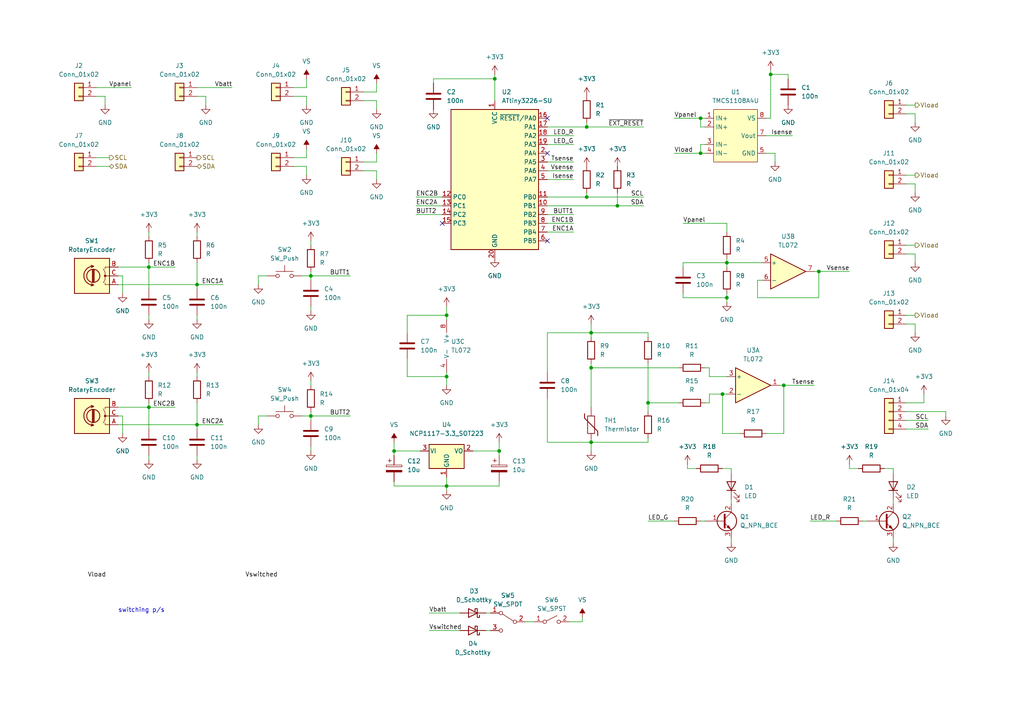
<source format=kicad_sch>
(kicad_sch (version 20211123) (generator eeschema)
  (paper "A4")
  (lib_symbols
    (symbol "Amplifier_Operational:TL072" (pin_names (offset 0.127))
      (property "Reference" "U" (at 0 5.08 0))
      (property "Value" "TL072" (at 0 -5.08 0))
      (symbol "TL072_1_1"
        (pin output line (at 7.62 0 180) (length 2.54) (name "~") (number "1"))
        (pin input line (at -7.62 -2.54 0) (length 2.54) (name "-") (number "2"))
        (pin input line (at -7.62 2.54 0) (length 2.54) (name "+") (number "3"))
      )
      (symbol "TL072_2_1"
        (pin input line (at -7.62 2.54 0) (length 2.54) (name "+") (number "5"))
        (pin input line (at -7.62 -2.54 0) (length 2.54) (name "-") (number "6"))
        (pin output line (at 7.62 0 180) (length 2.54) (name "~") (number "7"))
      )
      (symbol "TL072_3_1"
        (pin power_in line (at -2.54 -7.62 90) (length 3.81) (name "V-") (number "4"))
        (pin power_in line (at -2.54 7.62 270) (length 3.81) (name "V+") (number "8"))
      )
    )
    (symbol "Connector_Generic:Conn_01x02" (pin_names (offset 1.016) hide)
      (property "Reference" "J" (at 0 2.54 0))
      (property "Value" "Conn_01x02" (at 0 -5.08 0))
      (symbol "Conn_01x02_1_1"
        (pin passive line (at -5.08 0 0) (length 3.81) (name "Pin_1") (number "1"))
        (pin passive line (at -5.08 -2.54 0) (length 3.81) (name "Pin_2") (number "2"))
      )
    )
    (symbol "Connector_Generic:Conn_01x04" (pin_names (offset 1.016) hide)
      (property "Reference" "J" (at 0 5.08 0))
      (property "Value" "Conn_01x04" (at 0 -7.62 0))
      (symbol "Conn_01x04_1_1"
        (pin passive line (at -5.08 2.54 0) (length 3.81) (name "Pin_1") (number "1"))
        (pin passive line (at -5.08 0 0) (length 3.81) (name "Pin_2") (number "2"))
        (pin passive line (at -5.08 -2.54 0) (length 3.81) (name "Pin_3") (number "3"))
        (pin passive line (at -5.08 -5.08 0) (length 3.81) (name "Pin_4") (number "4"))
      )
    )
    (symbol "Device:C" (pin_numbers hide) (pin_names (offset 0.254))
      (property "Reference" "C" (at 0.635 2.54 0))
      (property "Value" "C" (at 0.635 -2.54 0))
      (symbol "C_1_1"
        (pin passive line (at 0 3.81 270) (length 2.794) (name "~") (number "1"))
        (pin passive line (at 0 -3.81 90) (length 2.794) (name "~") (number "2"))
      )
    )
    (symbol "Device:C_Polarized" (pin_numbers hide) (pin_names (offset 0.254))
      (property "Reference" "C" (at 0.635 2.54 0))
      (property "Value" "C_Polarized" (at 0.635 -2.54 0))
      (symbol "C_Polarized_1_1"
        (pin passive line (at 0 3.81 270) (length 2.794) (name "~") (number "1"))
        (pin passive line (at 0 -3.81 90) (length 2.794) (name "~") (number "2"))
      )
    )
    (symbol "Device:D_Schottky" (pin_numbers hide) (pin_names (offset 1.016) hide)
      (property "Reference" "D" (at 0 2.54 0))
      (property "Value" "D_Schottky" (at 0 -2.54 0))
      (symbol "D_Schottky_1_1"
        (pin passive line (at -3.81 0 0) (length 2.54) (name "K") (number "1"))
        (pin passive line (at 3.81 0 180) (length 2.54) (name "A") (number "2"))
      )
    )
    (symbol "Device:LED" (pin_numbers hide) (pin_names (offset 1.016) hide)
      (property "Reference" "D" (at 0 2.54 0))
      (property "Value" "LED" (at 0 -2.54 0))
      (symbol "LED_1_1"
        (pin passive line (at -3.81 0 0) (length 2.54) (name "K") (number "1"))
        (pin passive line (at 3.81 0 180) (length 2.54) (name "A") (number "2"))
      )
    )
    (symbol "Device:Q_NPN_BCE" (pin_names (offset 0) hide)
      (property "Reference" "Q" (at 5.08 1.27 0))
      (property "Value" "Q_NPN_BCE" (at 5.08 -1.27 0))
      (symbol "Q_NPN_BCE_1_1"
        (pin input line (at -5.08 0 0) (length 5.715) (name "B") (number "1"))
        (pin passive line (at 2.54 5.08 270) (length 2.54) (name "C") (number "2"))
        (pin passive line (at 2.54 -5.08 90) (length 2.54) (name "E") (number "3"))
      )
    )
    (symbol "Device:R" (pin_numbers hide) (pin_names (offset 0))
      (property "Reference" "R" (at 2.032 0 90))
      (property "Value" "R" (at 0 0 90))
      (symbol "R_1_1"
        (pin passive line (at 0 3.81 270) (length 1.27) (name "~") (number "1"))
        (pin passive line (at 0 -3.81 90) (length 1.27) (name "~") (number "2"))
      )
    )
    (symbol "Device:RotaryEncoder" (pin_names (offset 0.254) hide)
      (property "Reference" "SW" (at 0 6.604 0))
      (property "Value" "RotaryEncoder" (at 0 -6.604 0))
      (symbol "RotaryEncoder_1_1"
        (pin passive line (at -7.62 2.54 0) (length 2.54) (name "A") (number "A"))
        (pin passive line (at -7.62 -2.54 0) (length 2.54) (name "B") (number "B"))
        (pin passive line (at -7.62 0 0) (length 2.54) (name "C") (number "C"))
      )
    )
    (symbol "Device:Thermistor" (pin_numbers hide) (pin_names (offset 0))
      (property "Reference" "TH" (at 2.54 1.27 90))
      (property "Value" "Thermistor" (at -2.54 0 90))
      (symbol "Thermistor_1_1"
        (pin passive line (at 0 5.08 270) (length 2.54) (name "~") (number "1"))
        (pin passive line (at 0 -5.08 90) (length 2.54) (name "~") (number "2"))
      )
    )
    (symbol "Regulator_Linear:NCP1117-3.3_SOT223" (pin_names (offset 0.254))
      (property "Reference" "U" (at -3.81 3.175 0))
      (property "Value" "NCP1117-3.3_SOT223" (at 0 3.175 0))
      (symbol "NCP1117-3.3_SOT223_1_1"
        (pin power_in line (at 0 -7.62 90) (length 2.54) (name "GND") (number "1"))
        (pin power_out line (at 7.62 0 180) (length 2.54) (name "VO") (number "2"))
        (pin power_in line (at -7.62 0 0) (length 2.54) (name "VI") (number "3"))
      )
    )
    (symbol "Switch:SW_Push" (pin_numbers hide) (pin_names (offset 1.016) hide)
      (property "Reference" "SW" (at 1.27 2.54 0))
      (property "Value" "SW_Push" (at 0 -1.524 0))
      (symbol "SW_Push_0_1"
        (pin passive line (at -5.08 0 0) (length 2.54) (name "1") (number "1"))
        (pin passive line (at 5.08 0 180) (length 2.54) (name "2") (number "2"))
      )
    )
    (symbol "Switch:SW_SPDT" (pin_names (offset 0) hide)
      (property "Reference" "SW" (at 0 4.318 0))
      (property "Value" "SW_SPDT" (at 0 -5.08 0))
      (symbol "SW_SPDT_1_1"
        (pin passive line (at 5.08 2.54 180) (length 2.54) (name "A") (number "1"))
        (pin passive line (at -5.08 0 0) (length 2.54) (name "B") (number "2"))
        (pin passive line (at 5.08 -2.54 180) (length 2.54) (name "C") (number "3"))
      )
    )
    (symbol "Switch:SW_SPST" (pin_names (offset 0) hide)
      (property "Reference" "SW" (at 0 3.175 0))
      (property "Value" "SW_SPST" (at 0 -2.54 0))
      (symbol "SW_SPST_1_1"
        (pin passive line (at -5.08 0 0) (length 2.54) (name "A") (number "1"))
        (pin passive line (at 5.08 0 180) (length 2.54) (name "B") (number "2"))
      )
    )
    (symbol "custom_symbols:ATtiny3226-SU"
      (property "Reference" "U" (at -12.7 21.59 0))
      (property "Value" "ATtiny3226-SU" (at 2.54 -21.59 0))
      (symbol "ATtiny3226-SU_1_1"
        (pin power_in line (at 0 22.86 270) (length 2.54) (name "VCC") (number "1"))
        (pin bidirectional line (at 15.24 -7.62 180) (length 2.54) (name "PB1") (number "10"))
        (pin bidirectional line (at 15.24 -5.08 180) (length 2.54) (name "PB0") (number "11"))
        (pin bidirectional line (at -15.24 -5.08 0) (length 2.54) (name "PC0") (number "12"))
        (pin bidirectional line (at -15.24 -7.62 0) (length 2.54) (name "PC1") (number "13"))
        (pin bidirectional line (at -15.24 -10.16 0) (length 2.54) (name "PC2") (number "14"))
        (pin bidirectional line (at -15.24 -12.7 0) (length 2.54) (name "PC3") (number "15"))
        (pin bidirectional line (at 15.24 17.78 180) (length 2.54) (name "~{RESET}/PA0") (number "16"))
        (pin bidirectional line (at 15.24 15.24 180) (length 2.54) (name "PA1") (number "17"))
        (pin bidirectional line (at 15.24 12.7 180) (length 2.54) (name "PA2") (number "18"))
        (pin bidirectional line (at 15.24 10.16 180) (length 2.54) (name "PA3") (number "19"))
        (pin bidirectional line (at 15.24 7.62 180) (length 2.54) (name "PA4") (number "2"))
        (pin power_in line (at 0 -22.86 90) (length 2.54) (name "GND") (number "20"))
        (pin bidirectional line (at 15.24 5.08 180) (length 2.54) (name "PA5") (number "3"))
        (pin bidirectional line (at 15.24 2.54 180) (length 2.54) (name "PA6") (number "4"))
        (pin bidirectional line (at 15.24 0 180) (length 2.54) (name "PA7") (number "5"))
        (pin bidirectional line (at 15.24 -17.78 180) (length 2.54) (name "PB5") (number "6"))
        (pin bidirectional line (at 15.24 -15.24 180) (length 2.54) (name "PB4") (number "7"))
        (pin bidirectional line (at 15.24 -12.7 180) (length 2.54) (name "PB3") (number "8"))
        (pin bidirectional line (at 15.24 -10.16 180) (length 2.54) (name "PB2") (number "9"))
      )
    )
    (symbol "custom_symbols:TMCS1108A4U"
      (property "Reference" "U" (at 0 8.89 0))
      (property "Value" "TMCS1108A4U" (at 0 -8.89 0))
      (symbol "TMCS1108A4U_1_1"
        (pin input line (at -8.89 5.08 0) (length 2.54) (name "IN+") (number "1"))
        (pin input line (at -8.89 2.54 0) (length 2.54) (name "IN+") (number "2"))
        (pin input line (at -8.89 -2.54 0) (length 2.54) (name "IN-") (number "3"))
        (pin input line (at -8.89 -5.08 0) (length 2.54) (name "IN-") (number "4"))
        (pin power_in line (at 8.89 -5.08 180) (length 2.54) (name "GND") (number "5"))
        (pin output line (at 8.89 0 180) (length 2.54) (name "Vout") (number "7"))
        (pin power_in line (at 8.89 5.08 180) (length 2.54) (name "VS") (number "8"))
      )
    )
    (symbol "power:+3V3" (power) (pin_names (offset 0))
      (property "Value" "+3V3" (at 0 3.556 0))
      (symbol "+3V3_1_1"
        (pin power_in line (at 0 0 90) (length 0) hide (name "+3V3") (number "1"))
      )
    )
    (symbol "power:GND" (power) (pin_names (offset 0))
      (property "Value" "GND" (at 0 -3.81 0))
      (symbol "GND_1_1"
        (pin power_in line (at 0 0 270) (length 0) hide (name "GND") (number "1"))
      )
    )
    (symbol "power:VS" (power) (pin_names (offset 0))
      (property "Value" "VS" (at 0 3.81 0))
      (symbol "VS_1_1"
        (pin power_in line (at 0 0 90) (length 0) hide (name "VS") (number "1"))
      )
    )
  )
  (junction (at 209.55 114.3))
  (junction (at 187.96 116.84))
  (junction (at 144.78 130.81))
  (junction (at 210.82 76.2))
  (junction (at 31.75 -15.24))
  (junction (at 210.82 86.36))
  (junction (at 223.52 21.59))
  (junction (at 90.17 120.65))
  (junction (at 179.07 59.69))
  (junction (at 203.2 34.29))
  (junction (at 170.18 36.83))
  (junction (at 90.17 80.01))
  (junction (at 114.3 130.81))
  (junction (at 31.75 -12.7))
  (junction (at 57.15 82.55))
  (junction (at 171.45 128.27))
  (junction (at 43.18 77.47))
  (junction (at 171.45 96.52))
  (junction (at 170.18 57.15))
  (junction (at 43.18 118.11))
  (junction (at 129.54 91.44))
  (junction (at 129.54 109.22))
  (junction (at 227.33 111.76))
  (junction (at 143.51 22.86))
  (junction (at 31.75 -17.78))
  (junction (at 57.15 123.19))
  (junction (at 237.49 78.74))
  (junction (at 171.45 106.68))
  (junction (at 203.2 44.45))
  (junction (at 129.54 140.97))
  (no_connect (at 128.27 64.77))
  (no_connect (at 158.75 44.45))
  (no_connect (at 158.75 34.29))
  (no_connect (at 158.75 69.85))
  (wire (pts (xy 31.75 -17.78) (xy 33.02 -17.78)))
  (wire (pts (xy 43.18 67.31) (xy 43.18 68.58)))
  (wire (pts (xy 43.18 118.11) (xy 50.8 118.11)))
  (wire (pts (xy 204.47 41.91) (xy 203.2 41.91)))
  (wire (pts (xy 43.18 91.44) (xy 43.18 92.71)))
  (wire (pts (xy 74.93 120.65) (xy 74.93 123.19)))
  (wire (pts (xy 195.58 34.29) (xy 203.2 34.29)))
  (wire (pts (xy 144.78 130.81) (xy 137.16 130.81)))
  (wire (pts (xy 219.71 81.28) (xy 219.71 86.36)))
  (wire (pts (xy 114.3 130.81) (xy 114.3 132.08)))
  (wire (pts (xy 166.37 67.31) (xy 158.75 67.31)))
  (wire (pts (xy 210.82 86.36) (xy 210.82 87.63)))
  (wire (pts (xy 237.49 86.36) (xy 237.49 78.74)))
  (wire (pts (xy 109.22 46.99) (xy 109.22 44.45)))
  (wire (pts (xy 31.75 -10.16) (xy 31.75 -12.7)))
  (wire (pts (xy 120.65 62.23) (xy 128.27 62.23)))
  (wire (pts (xy 87.63 120.65) (xy 90.17 120.65)))
  (wire (pts (xy 210.82 64.77) (xy 210.82 67.31)))
  (wire (pts (xy 166.37 41.91) (xy 158.75 41.91)))
  (wire (pts (xy 171.45 96.52) (xy 171.45 97.79)))
  (wire (pts (xy 262.89 73.66) (xy 265.43 73.66)))
  (wire (pts (xy 262.89 53.34) (xy 265.43 53.34)))
  (wire (pts (xy 222.25 125.73) (xy 227.33 125.73)))
  (wire (pts (xy 269.24 124.46) (xy 262.89 124.46)))
  (wire (pts (xy 237.49 78.74) (xy 246.38 78.74)))
  (wire (pts (xy 114.3 130.81) (xy 121.92 130.81)))
  (wire (pts (xy 105.41 46.99) (xy 109.22 46.99)))
  (wire (pts (xy 88.9 27.94) (xy 88.9 30.48)))
  (wire (pts (xy 114.3 140.97) (xy 114.3 139.7)))
  (wire (pts (xy 248.92 135.89) (xy 246.38 135.89)))
  (wire (pts (xy 34.29 118.11) (xy 43.18 118.11)))
  (wire (pts (xy 187.96 105.41) (xy 187.96 116.84)))
  (wire (pts (xy 168.91 180.34) (xy 168.91 179.07)))
  (wire (pts (xy 171.45 96.52) (xy 158.75 96.52)))
  (wire (pts (xy 43.18 118.11) (xy 43.18 124.46)))
  (wire (pts (xy 179.07 59.69) (xy 158.75 59.69)))
  (wire (pts (xy 90.17 80.01) (xy 101.6 80.01)))
  (wire (pts (xy 105.41 26.67) (xy 109.22 26.67)))
  (wire (pts (xy 210.82 76.2) (xy 220.98 76.2)))
  (wire (pts (xy 198.12 86.36) (xy 210.82 86.36)))
  (wire (pts (xy 77.47 80.01) (xy 74.93 80.01)))
  (wire (pts (xy 43.18 77.47) (xy 50.8 77.47)))
  (wire (pts (xy 118.11 91.44) (xy 118.11 96.52)))
  (wire (pts (xy 203.2 151.13) (xy 204.47 151.13)))
  (wire (pts (xy 114.3 128.27) (xy 114.3 130.81)))
  (wire (pts (xy 274.32 119.38) (xy 274.32 120.65)))
  (wire (pts (xy 129.54 88.9) (xy 129.54 91.44)))
  (wire (pts (xy 105.41 49.53) (xy 109.22 49.53)))
  (wire (pts (xy 186.69 57.15) (xy 170.18 57.15)))
  (wire (pts (xy 144.78 139.7) (xy 144.78 140.97)))
  (wire (pts (xy 27.94 27.94) (xy 30.48 27.94)))
  (wire (pts (xy 166.37 64.77) (xy 158.75 64.77)))
  (wire (pts (xy 219.71 86.36) (xy 237.49 86.36)))
  (wire (pts (xy 212.09 144.78) (xy 212.09 146.05)))
  (wire (pts (xy 212.09 156.21) (xy 212.09 157.48)))
  (wire (pts (xy 214.63 125.73) (xy 209.55 125.73)))
  (wire (pts (xy 170.18 35.56) (xy 170.18 36.83)))
  (wire (pts (xy 187.96 128.27) (xy 187.96 127)))
  (wire (pts (xy 262.89 33.02) (xy 265.43 33.02)))
  (wire (pts (xy 204.47 116.84) (xy 205.74 116.84)))
  (wire (pts (xy 187.96 151.13) (xy 195.58 151.13)))
  (wire (pts (xy 129.54 140.97) (xy 129.54 142.24)))
  (wire (pts (xy 262.89 50.8) (xy 265.43 50.8)))
  (wire (pts (xy 196.85 106.68) (xy 171.45 106.68)))
  (wire (pts (xy 90.17 88.9) (xy 90.17 90.17)))
  (wire (pts (xy 187.96 116.84) (xy 187.96 119.38)))
  (wire (pts (xy 158.75 96.52) (xy 158.75 107.95)))
  (wire (pts (xy 195.58 44.45) (xy 203.2 44.45)))
  (wire (pts (xy 210.82 74.93) (xy 210.82 76.2)))
  (wire (pts (xy 90.17 129.54) (xy 90.17 130.81)))
  (wire (pts (xy 35.56 80.01) (xy 35.56 85.09)))
  (wire (pts (xy 109.22 26.67) (xy 109.22 24.13)))
  (wire (pts (xy 124.46 182.88) (xy 133.35 182.88)))
  (wire (pts (xy 125.73 22.86) (xy 143.51 22.86)))
  (wire (pts (xy 31.75 -12.7) (xy 31.75 -15.24)))
  (wire (pts (xy 90.17 80.01) (xy 90.17 81.28)))
  (wire (pts (xy 201.93 135.89) (xy 199.39 135.89)))
  (wire (pts (xy 143.51 22.86) (xy 143.51 21.59)))
  (wire (pts (xy 90.17 120.65) (xy 101.6 120.65)))
  (wire (pts (xy 88.9 45.72) (xy 88.9 43.18)))
  (wire (pts (xy 209.55 125.73) (xy 209.55 114.3)))
  (wire (pts (xy 34.29 80.01) (xy 35.56 80.01)))
  (wire (pts (xy 259.08 156.21) (xy 259.08 157.48)))
  (wire (pts (xy 90.17 110.49) (xy 90.17 111.76)))
  (wire (pts (xy 90.17 120.65) (xy 90.17 121.92)))
  (wire (pts (xy 246.38 135.89) (xy 246.38 134.62)))
  (wire (pts (xy 129.54 92.71) (xy 129.54 91.44)))
  (wire (pts (xy 171.45 128.27) (xy 187.96 128.27)))
  (wire (pts (xy 269.24 121.92) (xy 262.89 121.92)))
  (wire (pts (xy 203.2 44.45) (xy 204.47 44.45)))
  (wire (pts (xy 30.48 -15.24) (xy 31.75 -15.24)))
  (wire (pts (xy 179.07 55.88) (xy 179.07 59.69)))
  (wire (pts (xy 57.15 132.08) (xy 57.15 133.35)))
  (wire (pts (xy 228.6 22.86) (xy 228.6 21.59)))
  (wire (pts (xy 77.47 120.65) (xy 74.93 120.65)))
  (wire (pts (xy 129.54 109.22) (xy 129.54 107.95)))
  (wire (pts (xy 27.94 25.4) (xy 38.1 25.4)))
  (wire (pts (xy 59.69 27.94) (xy 59.69 30.48)))
  (wire (pts (xy 120.65 57.15) (xy 128.27 57.15)))
  (wire (pts (xy 171.45 128.27) (xy 171.45 130.81)))
  (wire (pts (xy 35.56 120.65) (xy 35.56 125.73)))
  (wire (pts (xy 143.51 22.86) (xy 143.51 29.21)))
  (wire (pts (xy 198.12 76.2) (xy 210.82 76.2)))
  (wire (pts (xy 265.43 73.66) (xy 265.43 76.2)))
  (wire (pts (xy 166.37 49.53) (xy 158.75 49.53)))
  (wire (pts (xy 57.15 82.55) (xy 57.15 83.82)))
  (wire (pts (xy 34.29 120.65) (xy 35.56 120.65)))
  (wire (pts (xy 158.75 128.27) (xy 171.45 128.27)))
  (wire (pts (xy 210.82 76.2) (xy 210.82 77.47)))
  (wire (pts (xy 196.85 116.84) (xy 187.96 116.84)))
  (wire (pts (xy 154.94 180.34) (xy 152.4 180.34)))
  (wire (pts (xy 203.2 36.83) (xy 203.2 34.29)))
  (wire (pts (xy 90.17 69.85) (xy 90.17 71.12)))
  (wire (pts (xy 170.18 36.83) (xy 158.75 36.83)))
  (wire (pts (xy 209.55 114.3) (xy 210.82 114.3)))
  (wire (pts (xy 114.3 140.97) (xy 129.54 140.97)))
  (wire (pts (xy 57.15 123.19) (xy 64.77 123.19)))
  (wire (pts (xy 262.89 30.48) (xy 265.43 30.48)))
  (wire (pts (xy 227.33 111.76) (xy 236.22 111.76)))
  (wire (pts (xy 125.73 24.13) (xy 125.73 22.86)))
  (wire (pts (xy 109.22 29.21) (xy 109.22 31.75)))
  (wire (pts (xy 43.18 77.47) (xy 43.18 83.82)))
  (wire (pts (xy 34.29 82.55) (xy 57.15 82.55)))
  (wire (pts (xy 166.37 62.23) (xy 158.75 62.23)))
  (wire (pts (xy 31.75 -15.24) (xy 31.75 -17.78)))
  (wire (pts (xy 262.89 93.98) (xy 265.43 93.98)))
  (wire (pts (xy 27.94 48.26) (xy 31.75 48.26)))
  (wire (pts (xy 205.74 109.22) (xy 210.82 109.22)))
  (wire (pts (xy 223.52 20.32) (xy 223.52 21.59)))
  (wire (pts (xy 234.95 151.13) (xy 242.57 151.13)))
  (wire (pts (xy 265.43 93.98) (xy 265.43 96.52)))
  (wire (pts (xy 262.89 119.38) (xy 274.32 119.38)))
  (wire (pts (xy 144.78 132.08) (xy 144.78 130.81)))
  (wire (pts (xy 171.45 93.98) (xy 171.45 96.52)))
  (wire (pts (xy 166.37 39.37) (xy 158.75 39.37)))
  (wire (pts (xy 57.15 82.55) (xy 57.15 76.2)))
  (wire (pts (xy 43.18 107.95) (xy 43.18 109.22)))
  (wire (pts (xy 166.37 46.99) (xy 158.75 46.99)))
  (wire (pts (xy 34.29 123.19) (xy 57.15 123.19)))
  (wire (pts (xy 227.33 125.73) (xy 227.33 111.76)))
  (wire (pts (xy 129.54 109.22) (xy 129.54 111.76)))
  (wire (pts (xy 57.15 91.44) (xy 57.15 92.71)))
  (wire (pts (xy 57.15 107.95) (xy 57.15 109.22)))
  (wire (pts (xy 229.87 39.37) (xy 222.25 39.37)))
  (wire (pts (xy 212.09 137.16) (xy 212.09 135.89)))
  (wire (pts (xy 204.47 36.83) (xy 203.2 36.83)))
  (wire (pts (xy 187.96 97.79) (xy 187.96 96.52)))
  (wire (pts (xy 262.89 71.12) (xy 265.43 71.12)))
  (wire (pts (xy 74.93 80.01) (xy 74.93 82.55)))
  (wire (pts (xy 203.2 41.91) (xy 203.2 44.45)))
  (wire (pts (xy 170.18 55.88) (xy 170.18 57.15)))
  (wire (pts (xy 224.79 44.45) (xy 222.25 44.45)))
  (wire (pts (xy 27.94 45.72) (xy 31.75 45.72)))
  (wire (pts (xy 227.33 111.76) (xy 226.06 111.76)))
  (wire (pts (xy 144.78 128.27) (xy 144.78 130.81)))
  (wire (pts (xy 165.1 180.34) (xy 168.91 180.34)))
  (wire (pts (xy 186.69 59.69) (xy 179.07 59.69)))
  (wire (pts (xy 30.48 27.94) (xy 30.48 30.48)))
  (wire (pts (xy 237.49 78.74) (xy 236.22 78.74)))
  (wire (pts (xy 30.48 -10.16) (xy 31.75 -10.16)))
  (wire (pts (xy 90.17 80.01) (xy 90.17 78.74)))
  (wire (pts (xy 222.25 34.29) (xy 223.52 34.29)))
  (wire (pts (xy 129.54 91.44) (xy 118.11 91.44)))
  (wire (pts (xy 57.15 67.31) (xy 57.15 68.58)))
  (wire (pts (xy 205.74 106.68) (xy 205.74 109.22)))
  (wire (pts (xy 57.15 27.94) (xy 59.69 27.94)))
  (wire (pts (xy 88.9 48.26) (xy 88.9 50.8)))
  (wire (pts (xy 205.74 114.3) (xy 209.55 114.3)))
  (wire (pts (xy 259.08 137.16) (xy 259.08 135.89)))
  (wire (pts (xy 88.9 25.4) (xy 88.9 22.86)))
  (wire (pts (xy 220.98 81.28) (xy 219.71 81.28)))
  (wire (pts (xy 205.74 116.84) (xy 205.74 114.3)))
  (wire (pts (xy 212.09 135.89) (xy 209.55 135.89)))
  (wire (pts (xy 187.96 96.52) (xy 171.45 96.52)))
  (wire (pts (xy 43.18 77.47) (xy 43.18 76.2)))
  (wire (pts (xy 262.89 116.84) (xy 267.97 116.84)))
  (wire (pts (xy 57.15 82.55) (xy 64.77 82.55)))
  (wire (pts (xy 118.11 104.14) (xy 118.11 109.22)))
  (wire (pts (xy 186.69 36.83) (xy 170.18 36.83)))
  (wire (pts (xy 265.43 33.02) (xy 265.43 35.56)))
  (wire (pts (xy 158.75 115.57) (xy 158.75 128.27)))
  (wire (pts (xy 85.09 25.4) (xy 88.9 25.4)))
  (wire (pts (xy 129.54 138.43) (xy 129.54 140.97)))
  (wire (pts (xy 250.19 151.13) (xy 251.46 151.13)))
  (wire (pts (xy 166.37 52.07) (xy 158.75 52.07)))
  (wire (pts (xy 105.41 29.21) (xy 109.22 29.21)))
  (wire (pts (xy 57.15 25.4) (xy 67.31 25.4)))
  (wire (pts (xy 120.65 59.69) (xy 128.27 59.69)))
  (wire (pts (xy 198.12 77.47) (xy 198.12 76.2)))
  (wire (pts (xy 140.97 177.8) (xy 142.24 177.8)))
  (wire (pts (xy 43.18 118.11) (xy 43.18 116.84)))
  (wire (pts (xy 30.48 -12.7) (xy 31.75 -12.7)))
  (wire (pts (xy 57.15 123.19) (xy 57.15 116.84)))
  (wire (pts (xy 224.79 46.99) (xy 224.79 44.45)))
  (wire (pts (xy 223.52 34.29) (xy 223.52 21.59)))
  (wire (pts (xy 171.45 106.68) (xy 171.45 118.11)))
  (wire (pts (xy 198.12 85.09) (xy 198.12 86.36)))
  (wire (pts (xy 90.17 120.65) (xy 90.17 119.38)))
  (wire (pts (xy 203.2 34.29) (xy 204.47 34.29)))
  (wire (pts (xy 171.45 106.68) (xy 171.45 105.41)))
  (wire (pts (xy 85.09 27.94) (xy 88.9 27.94)))
  (wire (pts (xy 228.6 21.59) (xy 223.52 21.59)))
  (wire (pts (xy 259.08 135.89) (xy 256.54 135.89)))
  (wire (pts (xy 265.43 53.34) (xy 265.43 55.88)))
  (wire (pts (xy 109.22 49.53) (xy 109.22 52.07)))
  (wire (pts (xy 144.78 140.97) (xy 129.54 140.97)))
  (wire (pts (xy 210.82 85.09) (xy 210.82 86.36)))
  (wire (pts (xy 204.47 106.68) (xy 205.74 106.68)))
  (wire (pts (xy 43.18 132.08) (xy 43.18 133.35)))
  (wire (pts (xy 210.82 64.77) (xy 198.12 64.77)))
  (wire (pts (xy 140.97 182.88) (xy 142.24 182.88)))
  (wire (pts (xy 57.15 123.19) (xy 57.15 124.46)))
  (wire (pts (xy 262.89 91.44) (xy 265.43 91.44)))
  (wire (pts (xy 34.29 77.47) (xy 43.18 77.47)))
  (wire (pts (xy 87.63 80.01) (xy 90.17 80.01)))
  (wire (pts (xy 170.18 57.15) (xy 158.75 57.15)))
  (wire (pts (xy 124.46 177.8) (xy 133.35 177.8)))
  (wire (pts (xy 30.48 -17.78) (xy 31.75 -17.78)))
  (wire (pts (xy 85.09 45.72) (xy 88.9 45.72)))
  (wire (pts (xy 118.11 109.22) (xy 129.54 109.22)))
  (wire (pts (xy 199.39 135.89) (xy 199.39 134.62)))
  (wire (pts (xy 259.08 144.78) (xy 259.08 146.05)))
  (wire (pts (xy 85.09 48.26) (xy 88.9 48.26)))
  (wire (pts (xy 267.97 116.84) (xy 267.97 114.3)))
  (text "switching p/s" (at 34.29 177.8 0) (effects (font (size 1.27 1.27)) (justify left bottom)))
  (label "LED_R" (at 166.37 39.37 180))
  (label "SDA" (at 186.69 59.69 180))
  (label "LED_R" (at 234.95 151.13 0))
  (label "Tsense" (at 166.37 46.99 180))
  (label "BUTT2" (at 101.6 120.65 180))
  (label "LED_G" (at 187.96 151.13 0))
  (label "BUTT2" (at 120.65 62.23 0))
  (label "SCL" (at 186.69 57.15 180))
  (label "Vpanel" (at 38.1 25.4 180))
  (label "ENC2A" (at 64.77 123.19 180))
  (label "LED_G" (at 166.37 41.91 180))
  (label "Vload" (at 25.4 167.64 0))
  (label "Tsense" (at 236.22 111.76 180))
  (label "Isense" (at 166.37 52.07 180))
  (label "Isense" (at 229.87 39.37 180))
  (label "BUTT1" (at 101.6 80.01 180))
  (label "BUTT1" (at 166.37 62.23 180))
  (label "ENC2A" (at 120.65 59.69 0))
  (label "Vload" (at 195.58 44.45 0))
  (label "Vpanel" (at 198.12 64.77 0))
  (label "ENC1A" (at 166.37 67.31 180))
  (label "ENC1B" (at 166.37 64.77 180))
  (label "SCL" (at 269.24 121.92 180))
  (label "Vsense" (at 246.38 78.74 180))
  (label "Vpanel" (at 195.58 34.29 0))
  (label "Vswitched" (at 124.46 182.88 0))
  (label "~{EXT_RESET}" (at 186.69 36.83 180))
  (label "Vbatt" (at 124.46 177.8 0))
  (label "Vswitched" (at 71.12 167.64 0))
  (label "Vsense" (at 166.37 49.53 180))
  (label "ENC1B" (at 50.8 77.47 180))
  (label "ENC1A" (at 64.77 82.55 180))
  (label "ENC2B" (at 50.8 118.11 180))
  (label "SDA" (at 269.24 124.46 180))
  (label "Vbatt" (at 67.31 25.4 180))
  (label "ENC2B" (at 120.65 57.15 0))
  (hierarchical_label "Vload" (shape output) (at 265.43 71.12 0))
  (hierarchical_label "SCL" (shape output) (at 57.15 45.72 0))
  (hierarchical_label "SCL" (shape output) (at 31.75 45.72 0))
  (hierarchical_label "SDA" (shape bidirectional) (at 57.15 48.26 0))
  (hierarchical_label "Vload" (shape output) (at 265.43 50.8 0))
  (hierarchical_label "~{EXT_RESET}" (shape output) (at 33.02 -17.78 0))
  (hierarchical_label "SDA" (shape bidirectional) (at 31.75 48.26 0))
  (hierarchical_label "Vload" (shape output) (at 265.43 91.44 0))
  (hierarchical_label "Vload" (shape output) (at 265.43 30.48 0))
  (symbol (lib_id "Regulator_Linear:NCP1117-3.3_SOT223") (at 129.54 130.81 0) (unit 1)
    (property "Reference" "U4" (at 129.54 123.19 0))
    (property "Value" "NCP1117-3.3_SOT223" (at 129.54 125.73 0))
    (property "Footprint" "Package_TO_SOT_SMD:SOT-223-3_TabPin2" (effects hide))
    (property "Datasheet" "http://www.onsemi.com/pub_link/Collateral/NCP1117-D.PDF" (effects hide))
  )
  (symbol (lib_id "Device:LED") (at 259.08 140.97 90) (unit 1)
    (property "Reference" "D2" (at 262.89 141.2874 90) (effects (justify right)))
    (property "Value" "LED" (at 262.89 143.8274 90) (effects (justify right)))
    (property "Footprint" "Connector_PinSocket_2.54mm:PinSocket_1x02_P2.54mm_Vertical" (effects hide))
  )
  (symbol (lib_id "power:+3V3") (at 143.51 21.59 0) (unit 1)
    (property "Reference" "#PWR02" (effects hide))
    (property "Value" "+3V3" (at 143.51 16.51 0))
  )
  (symbol (lib_id "Device:Q_NPN_BCE") (at 256.54 151.13 0) (unit 1)
    (property "Reference" "Q2" (at 261.62 149.8599 0) (effects (justify left)))
    (property "Value" "Q_NPN_BCE" (at 261.62 152.3999 0) (effects (justify left)))
    (property "Footprint" "Package_TO_SOT_SMD:SOT-23" (effects hide))
  )
  (symbol (lib_id "power:GND") (at 35.56 85.09 0) (unit 1)
    (property "Reference" "#PWR027" (effects hide))
    (property "Value" "GND" (at 35.56 90.17 0))
  )
  (symbol (lib_id "power:GND") (at 259.08 157.48 0) (unit 1)
    (property "Reference" "#PWR053" (effects hide))
    (property "Value" "GND" (at 259.08 162.56 0))
  )
  (symbol (lib_id "power:GND") (at 43.18 92.71 0) (unit 1)
    (property "Reference" "#PWR031" (effects hide))
    (property "Value" "GND" (at 43.18 97.79 0))
  )
  (symbol (lib_id "Device:RotaryEncoder") (at 26.67 80.01 180) (unit 1)
    (property "Reference" "SW1" (at 26.67 69.85 0))
    (property "Value" "RotaryEncoder" (at 26.67 72.39 0))
    (property "Footprint" "Rotary_Encoder:RotaryEncoder_Alps_EC12E_Vertical_H20mm" (effects hide))
  )
  (symbol (lib_id "Connector_Generic:Conn_01x02") (at 100.33 26.67 0) (mirror y) (unit 1)
    (property "Reference" "J5" (at 100.33 20.32 0))
    (property "Value" "Conn_01x02" (at 100.33 22.86 0))
    (property "Footprint" "Connector_PinSocket_2.54mm:PinSocket_1x02_P2.54mm_Vertical" (effects hide))
  )
  (symbol (lib_id "power:+3V3") (at 144.78 128.27 0) (unit 1)
    (property "Reference" "#PWR044" (effects hide))
    (property "Value" "+3V3" (at 144.78 123.19 0))
  )
  (symbol (lib_id "power:GND") (at 88.9 50.8 0) (unit 1)
    (property "Reference" "#PWR018" (effects hide))
    (property "Value" "GND" (at 88.9 55.88 0))
  )
  (symbol (lib_id "Switch:SW_Push") (at 82.55 80.01 0) (unit 1)
    (property "Reference" "SW2" (at 82.55 72.39 0))
    (property "Value" "SW_Push" (at 82.55 74.93 0))
    (property "Footprint" "Connector_PinSocket_2.54mm:PinSocket_1x02_P2.54mm_Vertical" (effects hide))
  )
  (symbol (lib_id "Device:RotaryEncoder") (at 26.67 120.65 180) (unit 1)
    (property "Reference" "SW3" (at 26.67 110.49 0))
    (property "Value" "RotaryEncoder" (at 26.67 113.03 0))
    (property "Footprint" "Rotary_Encoder:RotaryEncoder_Alps_EC12E_Vertical_H20mm" (effects hide))
  )
  (symbol (lib_id "Switch:SW_SPDT") (at 147.32 180.34 0) (mirror y) (unit 1)
    (property "Reference" "SW5" (at 147.32 172.72 0))
    (property "Value" "SW_SPDT" (at 147.32 175.26 0))
    (property "Footprint" "Connector_PinSocket_2.54mm:PinSocket_1x03_P2.54mm_Vertical" (effects hide))
  )
  (symbol (lib_id "power:GND") (at 74.93 123.19 0) (unit 1)
    (property "Reference" "#PWR041" (effects hide))
    (property "Value" "GND" (at 74.93 128.27 0))
  )
  (symbol (lib_id "Device:C") (at 90.17 125.73 0) (unit 1)
    (property "Reference" "C9" (at 93.98 124.4599 0) (effects (justify left)))
    (property "Value" "100n" (at 93.98 126.9999 0) (effects (justify left)))
    (property "Footprint" "Capacitor_SMD:C_0805_2012Metric_Pad1.18x1.45mm_HandSolder" (effects hide))
  )
  (symbol (lib_id "power:+3V3") (at 179.07 48.26 0) (unit 1)
    (property "Reference" "#PWR017" (effects hide))
    (property "Value" "+3V3" (at 179.07 43.18 0))
  )
  (symbol (lib_id "power:GND") (at 171.45 130.81 0) (unit 1)
    (property "Reference" "#PWR046" (effects hide))
    (property "Value" "GND" (at 171.45 135.89 0))
  )
  (symbol (lib_id "power:+3V3") (at 57.15 67.31 0) (unit 1)
    (property "Reference" "#PWR022" (effects hide))
    (property "Value" "+3V3" (at 57.15 62.23 0))
  )
  (symbol (lib_id "power:+3V3") (at 90.17 110.49 0) (unit 1)
    (property "Reference" "#PWR037" (effects hide))
    (property "Value" "+3V3" (at 90.17 105.41 0))
  )
  (symbol (lib_id "Device:R") (at 218.44 125.73 90) (unit 1)
    (property "Reference" "R17" (at 218.44 119.38 90))
    (property "Value" "R" (at 218.44 121.92 90))
    (property "Footprint" "Resistor_SMD:R_0805_2012Metric_Pad1.20x1.40mm_HandSolder" (effects hide))
  )
  (symbol (lib_id "power:+3V3") (at 43.18 107.95 0) (unit 1)
    (property "Reference" "#PWR035" (effects hide))
    (property "Value" "+3V3" (at 43.18 102.87 0))
  )
  (symbol (lib_id "Connector_Generic:Conn_01x02") (at 257.81 50.8 0) (mirror y) (unit 1)
    (property "Reference" "J11" (at 257.81 44.45 0))
    (property "Value" "Conn_01x02" (at 257.81 46.99 0))
    (property "Footprint" "Connector_PinSocket_2.54mm:PinSocket_1x02_P2.54mm_Vertical" (effects hide))
  )
  (symbol (lib_id "Device:R") (at 170.18 52.07 0) (unit 1)
    (property "Reference" "R2" (at 172.72 50.7999 0) (effects (justify left)))
    (property "Value" "R" (at 172.72 53.3399 0) (effects (justify left)))
    (property "Footprint" "Resistor_SMD:R_0805_2012Metric_Pad1.20x1.40mm_HandSolder" (effects hide))
  )
  (symbol (lib_id "power:GND") (at 35.56 125.73 0) (unit 1)
    (property "Reference" "#PWR042" (effects hide))
    (property "Value" "GND" (at 35.56 130.81 0))
  )
  (symbol (lib_id "power:GND") (at 59.69 30.48 0) (unit 1)
    (property "Reference" "#PWR07" (effects hide))
    (property "Value" "GND" (at 59.69 35.56 0))
  )
  (symbol (lib_id "power:+3V3") (at 267.97 114.3 0) (unit 1)
    (property "Reference" "#PWR039" (effects hide))
    (property "Value" "+3V3" (at 267.97 109.22 0))
  )
  (symbol (lib_id "Connector_Generic:Conn_01x02") (at 22.86 45.72 0) (mirror y) (unit 1)
    (property "Reference" "J7" (at 22.86 39.37 0))
    (property "Value" "Conn_01x02" (at 22.86 41.91 0))
    (property "Footprint" "Connector_PinSocket_2.54mm:PinSocket_1x02_P2.54mm_Vertical" (effects hide))
  )
  (symbol (lib_id "Device:C") (at 43.18 87.63 0) (unit 1)
    (property "Reference" "C5" (at 46.99 86.3599 0) (effects (justify left)))
    (property "Value" "100n" (at 46.99 88.8999 0) (effects (justify left)))
    (property "Footprint" "Capacitor_SMD:C_0805_2012Metric_Pad1.18x1.45mm_HandSolder" (effects hide))
  )
  (symbol (lib_id "power:+3V3") (at 129.54 88.9 0) (unit 1)
    (property "Reference" "#PWR029" (effects hide))
    (property "Value" "+3V3" (at 129.54 83.82 0))
  )
  (symbol (lib_id "power:VS") (at 88.9 22.86 0) (unit 1)
    (property "Reference" "#PWR03" (effects hide))
    (property "Value" "VS" (at 88.9 17.78 0))
  )
  (symbol (lib_id "power:GND") (at 265.43 76.2 0) (unit 1)
    (property "Reference" "#PWR025" (effects hide))
    (property "Value" "GND" (at 265.43 81.28 0))
  )
  (symbol (lib_id "Device:Q_NPN_BCE") (at 209.55 151.13 0) (unit 1)
    (property "Reference" "Q1" (at 214.63 149.8599 0) (effects (justify left)))
    (property "Value" "Q_NPN_BCE" (at 214.63 152.3999 0) (effects (justify left)))
    (property "Footprint" "Package_TO_SOT_SMD:SOT-23" (effects hide))
  )
  (symbol (lib_id "Connector_Generic:Conn_01x02") (at 257.81 91.44 0) (mirror y) (unit 1)
    (property "Reference" "J13" (at 257.81 85.09 0))
    (property "Value" "Conn_01x02" (at 257.81 87.63 0))
    (property "Footprint" "Connector_PinSocket_2.54mm:PinSocket_1x02_P2.54mm_Vertical" (effects hide))
  )
  (symbol (lib_id "power:GND") (at 228.6 30.48 0) (unit 1)
    (property "Reference" "#PWR09" (effects hide))
    (property "Value" "GND" (at 228.6 35.56 0))
  )
  (symbol (lib_id "Device:C") (at 125.73 27.94 0) (unit 1)
    (property "Reference" "C2" (at 129.54 26.6699 0) (effects (justify left)))
    (property "Value" "100n" (at 129.54 29.2099 0) (effects (justify left)))
    (property "Footprint" "Capacitor_SMD:C_0805_2012Metric_Pad1.18x1.45mm_HandSolder" (effects hide))
  )
  (symbol (lib_id "power:+3V3") (at 170.18 27.94 0) (unit 1)
    (property "Reference" "#PWR05" (effects hide))
    (property "Value" "+3V3" (at 170.18 22.86 0))
  )
  (symbol (lib_id "Device:R") (at 252.73 135.89 90) (unit 1)
    (property "Reference" "R19" (at 252.73 129.54 90))
    (property "Value" "R" (at 252.73 132.08 90))
    (property "Footprint" "Resistor_SMD:R_0805_2012Metric_Pad1.20x1.40mm_HandSolder" (effects hide))
  )
  (symbol (lib_id "Connector_Generic:Conn_01x02") (at 80.01 25.4 0) (mirror y) (unit 1)
    (property "Reference" "J4" (at 80.01 19.05 0))
    (property "Value" "Conn_01x02" (at 80.01 21.59 0))
    (property "Footprint" "Connector_PinSocket_2.54mm:PinSocket_1x02_P2.54mm_Vertical" (effects hide))
  )
  (symbol (lib_id "power:VS") (at 88.9 43.18 0) (unit 1)
    (property "Reference" "#PWR013" (effects hide))
    (property "Value" "VS" (at 88.9 38.1 0))
  )
  (symbol (lib_id "Switch:SW_Push") (at 82.55 120.65 0) (unit 1)
    (property "Reference" "SW4" (at 82.55 113.03 0))
    (property "Value" "SW_Push" (at 82.55 115.57 0))
    (property "Footprint" "Connector_PinSocket_2.54mm:PinSocket_1x02_P2.54mm_Vertical" (effects hide))
  )
  (symbol (lib_id "power:GND") (at 125.73 31.75 0) (unit 1)
    (property "Reference" "#PWR011" (effects hide))
    (property "Value" "GND" (at 125.73 36.83 0))
  )
  (symbol (lib_id "power:GND") (at 212.09 157.48 0) (unit 1)
    (property "Reference" "#PWR052" (effects hide))
    (property "Value" "GND" (at 212.09 162.56 0))
  )
  (symbol (lib_id "custom_symbols:TMCS1108A4U") (at 213.36 39.37 0) (unit 1)
    (property "Reference" "U1" (at 213.36 26.67 0))
    (property "Value" "TMCS1108A4U" (at 213.36 29.21 0))
    (property "Footprint" "Package_SO:SOIC-8_3.9x4.9mm_P1.27mm" (effects hide))
    (property "Datasheet" "https://www.ti.com/lit/ds/symlink/tmcs1108.pdf?HQS=dis-dk-null-digikeymode-dsf-pf-null-wwe&ts=1644040241014" (effects hide))
  )
  (symbol (lib_id "power:GND") (at 129.54 111.76 0) (unit 1)
    (property "Reference" "#PWR038" (effects hide))
    (property "Value" "GND" (at 129.54 116.84 0))
  )
  (symbol (lib_id "Amplifier_Operational:TL072") (at 132.08 100.33 0) (unit 3)
    (property "Reference" "U3" (at 130.81 99.0599 0) (effects (justify left)))
    (property "Value" "TL072" (at 130.81 101.5999 0) (effects (justify left)))
    (property "Footprint" "Package_SO:SOIC-8_3.9x4.9mm_P1.27mm" (effects hide))
    (property "Datasheet" "http://www.ti.com/lit/ds/symlink/tl071.pdf" (effects hide))
  )
  (symbol (lib_id "power:GND") (at 129.54 142.24 0) (unit 1)
    (property "Reference" "#PWR051" (effects hide))
    (property "Value" "GND" (at 129.54 147.32 0))
  )
  (symbol (lib_id "power:GND") (at 88.9 30.48 0) (unit 1)
    (property "Reference" "#PWR08" (effects hide))
    (property "Value" "GND" (at 88.9 35.56 0))
  )
  (symbol (lib_id "Connector_Generic:Conn_01x02") (at 52.07 25.4 0) (mirror y) (unit 1)
    (property "Reference" "J3" (at 52.07 19.05 0))
    (property "Value" "Conn_01x02" (at 52.07 21.59 0))
    (property "Footprint" "Connector_PinSocket_2.54mm:PinSocket_1x02_P2.54mm_Vertical" (effects hide))
  )
  (symbol (lib_id "Switch:SW_SPST") (at 160.02 180.34 0) (unit 1)
    (property "Reference" "SW6" (at 160.02 173.99 0))
    (property "Value" "SW_SPST" (at 160.02 176.53 0))
    (property "Footprint" "Connector_PinSocket_2.54mm:PinSocket_1x02_P2.54mm_Vertical" (effects hide))
  )
  (symbol (lib_id "Device:R") (at 43.18 72.39 0) (unit 1)
    (property "Reference" "R5" (at 45.72 71.1199 0) (effects (justify left)))
    (property "Value" "R" (at 45.72 73.6599 0) (effects (justify left)))
    (property "Footprint" "Resistor_SMD:R_0805_2012Metric_Pad1.20x1.40mm_HandSolder" (effects hide))
  )
  (symbol (lib_id "Device:C") (at 57.15 87.63 0) (unit 1)
    (property "Reference" "C6" (at 60.96 86.3599 0) (effects (justify left)))
    (property "Value" "100n" (at 60.96 88.8999 0) (effects (justify left)))
    (property "Footprint" "Capacitor_SMD:C_0805_2012Metric_Pad1.18x1.45mm_HandSolder" (effects hide))
  )
  (symbol (lib_id "Device:C") (at 158.75 111.76 180) (unit 1)
    (property "Reference" "C8" (at 162.56 110.4899 0) (effects (justify right)))
    (property "Value" "100n" (at 162.56 113.0299 0) (effects (justify right)))
    (property "Footprint" "Capacitor_SMD:C_0805_2012Metric_Pad1.18x1.45mm_HandSolder" (effects hide))
  )
  (symbol (lib_id "Device:C") (at 43.18 128.27 0) (unit 1)
    (property "Reference" "C10" (at 46.99 126.9999 0) (effects (justify left)))
    (property "Value" "100n" (at 46.99 129.5399 0) (effects (justify left)))
    (property "Footprint" "Capacitor_SMD:C_0805_2012Metric_Pad1.18x1.45mm_HandSolder" (effects hide))
  )
  (symbol (lib_id "Device:C") (at 118.11 100.33 0) (unit 1)
    (property "Reference" "C7" (at 121.92 99.0599 0) (effects (justify left)))
    (property "Value" "100n" (at 121.92 101.5999 0) (effects (justify left)))
    (property "Footprint" "Capacitor_SMD:C_0805_2012Metric_Pad1.18x1.45mm_HandSolder" (effects hide))
  )
  (symbol (lib_id "power:GND") (at 90.17 130.81 0) (unit 1)
    (property "Reference" "#PWR045" (effects hide))
    (property "Value" "GND" (at 90.17 135.89 0))
  )
  (symbol (lib_id "Device:R") (at 205.74 135.89 90) (unit 1)
    (property "Reference" "R18" (at 205.74 129.54 90))
    (property "Value" "R" (at 205.74 132.08 90))
    (property "Footprint" "Resistor_SMD:R_0805_2012Metric_Pad1.20x1.40mm_HandSolder" (effects hide))
  )
  (symbol (lib_id "Device:C_Polarized") (at 144.78 135.89 0) (unit 1)
    (property "Reference" "C13" (at 148.59 133.7309 0) (effects (justify left)))
    (property "Value" "10u" (at 148.59 136.2709 0) (effects (justify left)))
    (property "Footprint" "Capacitor_Tantalum_SMD:CP_EIA-3216-10_Kemet-I_Pad1.58x1.35mm_HandSolder" (effects hide))
  )
  (symbol (lib_id "Device:R") (at 200.66 106.68 90) (unit 1)
    (property "Reference" "R11" (at 200.66 100.33 90))
    (property "Value" "R" (at 200.66 102.87 90))
    (property "Footprint" "Resistor_SMD:R_0805_2012Metric_Pad1.20x1.40mm_HandSolder" (effects hide))
  )
  (symbol (lib_id "Device:R") (at 199.39 151.13 90) (unit 1)
    (property "Reference" "R20" (at 199.39 144.78 90))
    (property "Value" "R" (at 199.39 147.32 90))
    (property "Footprint" "Resistor_SMD:R_0805_2012Metric_Pad1.20x1.40mm_HandSolder" (effects hide))
  )
  (symbol (lib_id "Amplifier_Operational:TL072") (at 218.44 111.76 0) (unit 1)
    (property "Reference" "U3" (at 218.44 101.6 0))
    (property "Value" "TL072" (at 218.44 104.14 0))
    (property "Footprint" "Package_SO:SOIC-8_3.9x4.9mm_P1.27mm" (effects hide))
    (property "Datasheet" "http://www.ti.com/lit/ds/symlink/tl071.pdf" (effects hide))
  )
  (symbol (lib_id "Device:R") (at 187.96 101.6 0) (unit 1)
    (property "Reference" "R10" (at 190.5 100.3299 0) (effects (justify left)))
    (property "Value" "R" (at 190.5 102.8699 0) (effects (justify left)))
    (property "Footprint" "Resistor_SMD:R_0805_2012Metric_Pad1.20x1.40mm_HandSolder" (effects hide))
  )
  (symbol (lib_id "power:+3V3") (at 90.17 69.85 0) (unit 1)
    (property "Reference" "#PWR023" (effects hide))
    (property "Value" "+3V3" (at 90.17 64.77 0))
  )
  (symbol (lib_id "power:GND") (at 43.18 133.35 0) (unit 1)
    (property "Reference" "#PWR047" (effects hide))
    (property "Value" "GND" (at 43.18 138.43 0))
  )
  (symbol (lib_id "power:+3V3") (at 171.45 93.98 0) (unit 1)
    (property "Reference" "#PWR033" (effects hide))
    (property "Value" "+3V3" (at 171.45 88.9 0))
  )
  (symbol (lib_id "power:GND") (at 265.43 35.56 0) (unit 1)
    (property "Reference" "#PWR012" (effects hide))
    (property "Value" "GND" (at 265.43 40.64 0))
  )
  (symbol (lib_id "Device:C") (at 228.6 26.67 0) (unit 1)
    (property "Reference" "C1" (at 232.41 25.3999 0) (effects (justify left)))
    (property "Value" "100n" (at 232.41 27.9399 0) (effects (justify left)))
    (property "Footprint" "Capacitor_SMD:C_0805_2012Metric_Pad1.18x1.45mm_HandSolder" (effects hide))
  )
  (symbol (lib_id "Device:R") (at 179.07 52.07 0) (unit 1)
    (property "Reference" "R3" (at 181.61 50.7999 0) (effects (justify left)))
    (property "Value" "R" (at 181.61 53.3399 0) (effects (justify left)))
    (property "Footprint" "Resistor_SMD:R_0805_2012Metric_Pad1.20x1.40mm_HandSolder" (effects hide))
  )
  (symbol (lib_id "Device:R") (at 210.82 71.12 0) (unit 1)
    (property "Reference" "R4" (at 213.36 69.8499 0) (effects (justify left)))
    (property "Value" "R" (at 213.36 72.3899 0) (effects (justify left)))
    (property "Footprint" "Resistor_SMD:R_0805_2012Metric_Pad1.20x1.40mm_HandSolder" (effects hide))
  )
  (symbol (lib_id "Device:C") (at 57.15 128.27 0) (unit 1)
    (property "Reference" "C11" (at 60.96 126.9999 0) (effects (justify left)))
    (property "Value" "100n" (at 60.96 129.5399 0) (effects (justify left)))
    (property "Footprint" "Capacitor_SMD:C_0805_2012Metric_Pad1.18x1.45mm_HandSolder" (effects hide))
  )
  (symbol (lib_id "Device:R") (at 43.18 113.03 0) (unit 1)
    (property "Reference" "R12" (at 45.72 111.7599 0) (effects (justify left)))
    (property "Value" "R" (at 45.72 114.2999 0) (effects (justify left)))
    (property "Footprint" "Resistor_SMD:R_0805_2012Metric_Pad1.20x1.40mm_HandSolder" (effects hide))
  )
  (symbol (lib_id "power:GND") (at 90.17 90.17 0) (unit 1)
    (property "Reference" "#PWR030" (effects hide))
    (property "Value" "GND" (at 90.17 95.25 0))
  )
  (symbol (lib_id "power:GND") (at 143.51 74.93 0) (unit 1)
    (property "Reference" "#PWR024" (effects hide))
    (property "Value" "GND" (at 143.51 80.01 0))
  )
  (symbol (lib_id "power:+3V3") (at 199.39 134.62 0) (unit 1)
    (property "Reference" "#PWR049" (effects hide))
    (property "Value" "+3V3" (at 199.39 129.54 0))
  )
  (symbol (lib_id "power:GND") (at 265.43 55.88 0) (unit 1)
    (property "Reference" "#PWR020" (effects hide))
    (property "Value" "GND" (at 265.43 60.96 0))
  )
  (symbol (lib_id "Device:C") (at 90.17 85.09 0) (unit 1)
    (property "Reference" "C4" (at 93.98 83.8199 0) (effects (justify left)))
    (property "Value" "100n" (at 93.98 86.3599 0) (effects (justify left)))
    (property "Footprint" "Capacitor_SMD:C_0805_2012Metric_Pad1.18x1.45mm_HandSolder" (effects hide))
  )
  (symbol (lib_id "Device:R") (at 90.17 115.57 0) (unit 1)
    (property "Reference" "R14" (at 92.71 114.2999 0) (effects (justify left)))
    (property "Value" "R" (at 92.71 116.8399 0) (effects (justify left)))
    (property "Footprint" "Resistor_SMD:R_0805_2012Metric_Pad1.20x1.40mm_HandSolder" (effects hide))
  )
  (symbol (lib_id "Connector_Generic:Conn_01x04") (at 257.81 119.38 0) (mirror y) (unit 1)
    (property "Reference" "J14" (at 257.81 110.49 0))
    (property "Value" "Conn_01x04" (at 257.81 113.03 0))
    (property "Footprint" "Connector_PinSocket_2.54mm:PinSocket_1x04_P2.54mm_Vertical" (effects hide))
  )
  (symbol (lib_id "power:VS") (at 168.91 179.07 0) (unit 1)
    (property "Reference" "#PWR054" (effects hide))
    (property "Value" "VS" (at 168.91 173.99 0))
  )
  (symbol (lib_id "Device:R") (at 210.82 81.28 0) (unit 1)
    (property "Reference" "R8" (at 213.36 80.0099 0) (effects (justify left)))
    (property "Value" "R" (at 213.36 82.5499 0) (effects (justify left)))
    (property "Footprint" "Resistor_SMD:R_0805_2012Metric_Pad1.20x1.40mm_HandSolder" (effects hide))
  )
  (symbol (lib_id "Device:D_Schottky") (at 137.16 177.8 180) (unit 1)
    (property "Reference" "D3" (at 137.4775 171.45 0))
    (property "Value" "D_Schottky" (at 137.4775 173.99 0))
    (property "Footprint" "Diode_SMD:D_0805_2012Metric_Pad1.15x1.40mm_HandSolder" (effects hide))
  )
  (symbol (lib_id "power:GND") (at 30.48 30.48 0) (unit 1)
    (property "Reference" "#PWR06" (effects hide))
    (property "Value" "GND" (at 30.48 35.56 0))
  )
  (symbol (lib_id "Device:LED") (at 212.09 140.97 90) (unit 1)
    (property "Reference" "D1" (at 215.9 141.2874 90) (effects (justify right)))
    (property "Value" "LED" (at 215.9 143.8274 90) (effects (justify right)))
    (property "Footprint" "Connector_PinSocket_2.54mm:PinSocket_1x02_P2.54mm_Vertical" (effects hide))
  )
  (symbol (lib_id "power:GND") (at 109.22 31.75 0) (unit 1)
    (property "Reference" "#PWR010" (effects hide))
    (property "Value" "GND" (at 109.22 36.83 0))
  )
  (symbol (lib_id "Device:D_Schottky") (at 137.16 182.88 180) (unit 1)
    (property "Reference" "D4" (at 137.16 186.69 0))
    (property "Value" "D_Schottky" (at 137.16 189.23 0))
    (property "Footprint" "Diode_SMD:D_0805_2012Metric_Pad1.15x1.40mm_HandSolder" (effects hide))
  )
  (symbol (lib_id "Connector_Generic:Conn_01x02") (at 257.81 30.48 0) (mirror y) (unit 1)
    (property "Reference" "J6" (at 257.81 24.13 0))
    (property "Value" "Conn_01x02" (at 257.81 26.67 0))
    (property "Footprint" "Connector_PinSocket_2.54mm:PinSocket_1x02_P2.54mm_Vertical" (effects hide))
  )
  (symbol (lib_id "Device:R") (at 200.66 116.84 90) (unit 1)
    (property "Reference" "R15" (at 200.66 110.49 90))
    (property "Value" "R" (at 200.66 113.03 90))
    (property "Footprint" "Resistor_SMD:R_0805_2012Metric_Pad1.20x1.40mm_HandSolder" (effects hide))
  )
  (symbol (lib_id "Amplifier_Operational:TL072") (at 228.6 78.74 0) (unit 2)
    (property "Reference" "U3" (at 228.6 68.58 0))
    (property "Value" "TL072" (at 228.6 71.12 0))
    (property "Footprint" "Package_SO:SOIC-8_3.9x4.9mm_P1.27mm" (effects hide))
    (property "Datasheet" "http://www.ti.com/lit/ds/symlink/tl071.pdf" (effects hide))
  )
  (symbol (lib_id "Device:R") (at 57.15 113.03 0) (unit 1)
    (property "Reference" "R13" (at 59.69 111.7599 0) (effects (justify left)))
    (property "Value" "R" (at 59.69 114.2999 0) (effects (justify left)))
    (property "Footprint" "Resistor_SMD:R_0805_2012Metric_Pad1.20x1.40mm_HandSolder" (effects hide))
  )
  (symbol (lib_id "power:GND") (at 57.15 133.35 0) (unit 1)
    (property "Reference" "#PWR048" (effects hide))
    (property "Value" "GND" (at 57.15 138.43 0))
  )
  (symbol (lib_id "Connector_Generic:Conn_01x02") (at 80.01 45.72 0) (mirror y) (unit 1)
    (property "Reference" "J9" (at 80.01 39.37 0))
    (property "Value" "Conn_01x02" (at 80.01 41.91 0))
    (property "Footprint" "Connector_PinSocket_2.54mm:PinSocket_1x02_P2.54mm_Vertical" (effects hide))
  )
  (symbol (lib_id "Connector_Generic:Conn_01x02") (at 100.33 46.99 0) (mirror y) (unit 1)
    (property "Reference" "J10" (at 100.33 40.64 0))
    (property "Value" "Conn_01x02" (at 100.33 43.18 0))
    (property "Footprint" "Connector_PinSocket_2.54mm:PinSocket_1x02_P2.54mm_Vertical" (effects hide))
  )
  (symbol (lib_id "power:GND") (at 274.32 120.65 0) (unit 1)
    (property "Reference" "#PWR040" (effects hide))
    (property "Value" "GND" (at 274.32 125.73 0))
  )
  (symbol (lib_id "Device:R") (at 246.38 151.13 90) (unit 1)
    (property "Reference" "R21" (at 246.38 144.78 90))
    (property "Value" "R" (at 246.38 147.32 90))
    (property "Footprint" "Resistor_SMD:R_0805_2012Metric_Pad1.20x1.40mm_HandSolder" (effects hide))
  )
  (symbol (lib_id "power:GND") (at 265.43 96.52 0) (unit 1)
    (property "Reference" "#PWR034" (effects hide))
    (property "Value" "GND" (at 265.43 101.6 0))
  )
  (symbol (lib_id "Device:R") (at 171.45 101.6 0) (unit 1)
    (property "Reference" "R9" (at 173.99 100.3299 0) (effects (justify left)))
    (property "Value" "R" (at 173.99 102.8699 0) (effects (justify left)))
    (property "Footprint" "Resistor_SMD:R_0805_2012Metric_Pad1.20x1.40mm_HandSolder" (effects hide))
  )
  (symbol (lib_id "power:GND") (at 57.15 92.71 0) (unit 1)
    (property "Reference" "#PWR032" (effects hide))
    (property "Value" "GND" (at 57.15 97.79 0))
  )
  (symbol (lib_id "Device:C") (at 198.12 81.28 0) (unit 1)
    (property "Reference" "C3" (at 201.93 80.0099 0) (effects (justify left)))
    (property "Value" "100n" (at 201.93 82.5499 0) (effects (justify left)))
    (property "Footprint" "Capacitor_SMD:C_0805_2012Metric_Pad1.18x1.45mm_HandSolder" (effects hide))
  )
  (symbol (lib_id "power:+3V3") (at 57.15 107.95 0) (unit 1)
    (property "Reference" "#PWR036" (effects hide))
    (property "Value" "+3V3" (at 57.15 102.87 0))
  )
  (symbol (lib_id "power:+3V3") (at 246.38 134.62 0) (unit 1)
    (property "Reference" "#PWR050" (effects hide))
    (property "Value" "+3V3" (at 246.38 129.54 0))
  )
  (symbol (lib_id "power:GND") (at 210.82 87.63 0) (unit 1)
    (property "Reference" "#PWR028" (effects hide))
    (property "Value" "GND" (at 210.82 92.71 0))
  )
  (symbol (lib_id "Device:R") (at 170.18 31.75 0) (unit 1)
    (property "Reference" "R1" (at 172.72 30.4799 0) (effects (justify left)))
    (property "Value" "R" (at 172.72 33.0199 0) (effects (justify left)))
    (property "Footprint" "Resistor_SMD:R_0805_2012Metric_Pad1.20x1.40mm_HandSolder" (effects hide))
  )
  (symbol (lib_id "power:+3V3") (at 170.18 48.26 0) (unit 1)
    (property "Reference" "#PWR016" (effects hide))
    (property "Value" "+3V3" (at 170.18 43.18 0))
  )
  (symbol (lib_id "power:GND") (at 74.93 82.55 0) (unit 1)
    (property "Reference" "#PWR026" (effects hide))
    (property "Value" "GND" (at 74.93 87.63 0))
  )
  (symbol (lib_id "Device:C_Polarized") (at 114.3 135.89 0) (unit 1)
    (property "Reference" "C12" (at 118.11 133.7309 0) (effects (justify left)))
    (property "Value" "10u" (at 118.11 136.2709 0) (effects (justify left)))
    (property "Footprint" "Capacitor_Tantalum_SMD:CP_EIA-3216-10_Kemet-I_Pad1.58x1.35mm_HandSolder" (effects hide))
  )
  (symbol (lib_id "Device:R") (at 90.17 74.93 0) (unit 1)
    (property "Reference" "R7" (at 92.71 73.6599 0) (effects (justify left)))
    (property "Value" "R" (at 92.71 76.1999 0) (effects (justify left)))
    (property "Footprint" "Resistor_SMD:R_0805_2012Metric_Pad1.20x1.40mm_HandSolder" (effects hide))
  )
  (symbol (lib_id "power:VS") (at 109.22 44.45 0) (unit 1)
    (property "Reference" "#PWR014" (effects hide))
    (property "Value" "VS" (at 109.22 39.37 0))
  )
  (symbol (lib_id "power:VS") (at 114.3 128.27 0) (unit 1)
    (property "Reference" "#PWR043" (effects hide))
    (property "Value" "VS" (at 114.3 123.19 0))
  )
  (symbol (lib_id "Connector_Generic:Conn_01x04") (at 25.4 -15.24 0) (mirror y) (unit 1)
    (property "Reference" "J1" (at 25.4 -24.13 0))
    (property "Value" "Conn_01x04" (at 25.4 -21.59 0))
    (property "Footprint" "Connector_PinSocket_2.54mm:PinSocket_1x04_P2.54mm_Vertical" (effects hide))
  )
  (symbol (lib_id "Connector_Generic:Conn_01x02") (at 22.86 25.4 0) (mirror y) (unit 1)
    (property "Reference" "J2" (at 22.86 19.05 0))
    (property "Value" "Conn_01x02" (at 22.86 21.59 0))
    (property "Footprint" "Connector_PinSocket_2.54mm:PinSocket_1x02_P2.54mm_Vertical" (effects hide))
  )
  (symbol (lib_id "Device:Thermistor") (at 171.45 123.19 0) (unit 1)
    (property "Reference" "TH1" (at 175.26 121.9199 0) (effects (justify left)))
    (property "Value" "Thermistor" (at 175.26 124.4599 0) (effects (justify left)))
    (property "Footprint" "Resistor_SMD:R_0805_2012Metric_Pad1.20x1.40mm_HandSolder" (effects hide))
  )
  (symbol (lib_id "Connector_Generic:Conn_01x02") (at 52.07 45.72 0) (mirror y) (unit 1)
    (property "Reference" "J8" (at 52.07 39.37 0))
    (property "Value" "Conn_01x02" (at 52.07 41.91 0))
    (property "Footprint" "Connector_PinSocket_2.54mm:PinSocket_1x02_P2.54mm_Vertical" (effects hide))
  )
  (symbol (lib_id "power:GND") (at 224.79 46.99 0) (unit 1)
    (property "Reference" "#PWR015" (effects hide))
    (property "Value" "GND" (at 224.79 52.07 0))
  )
  (symbol (lib_id "Device:R") (at 57.15 72.39 0) (unit 1)
    (property "Reference" "R6" (at 59.69 71.1199 0) (effects (justify left)))
    (property "Value" "R" (at 59.69 73.6599 0) (effects (justify left)))
    (property "Footprint" "Resistor_SMD:R_0805_2012Metric_Pad1.20x1.40mm_HandSolder" (effects hide))
  )
  (symbol (lib_id "Connector_Generic:Conn_01x02") (at 257.81 71.12 0) (mirror y) (unit 1)
    (property "Reference" "J12" (at 257.81 64.77 0))
    (property "Value" "Conn_01x02" (at 257.81 67.31 0))
    (property "Footprint" "Connector_PinSocket_2.54mm:PinSocket_1x02_P2.54mm_Vertical" (effects hide))
  )
  (symbol (lib_id "power:+3V3") (at 223.52 20.32 0) (unit 1)
    (property "Reference" "#PWR01" (effects hide))
    (property "Value" "+3V3" (at 223.52 15.24 0))
  )
  (symbol (lib_id "custom_symbols:ATtiny3226-SU") (at 143.51 52.07 0) (unit 1)
    (property "Reference" "U2" (at 145.5294 26.67 0) (effects (justify left)))
    (property "Value" "ATtiny3226-SU" (at 145.5294 29.21 0) (effects (justify left)))
    (property "Footprint" "Package_SO:SOIC-20W_7.5x12.8mm_P1.27mm" (effects hide))
    (property "Datasheet" "https://www.microchip.com/content/dam/mchp/documents/MCU08/ProductDocuments/DataSheets/ATtiny3224-3226-3227-Data-Sheet-DS40002345A.pdf" (effects hide))
  )
  (symbol (lib_id "power:+3V3") (at 43.18 67.31 0) (unit 1)
    (property "Reference" "#PWR021" (effects hide))
    (property "Value" "+3V3" (at 43.18 62.23 0))
  )
  (symbol (lib_id "power:GND") (at 109.22 52.07 0) (unit 1)
    (property "Reference" "#PWR019" (effects hide))
    (property "Value" "GND" (at 109.22 57.15 0))
  )
  (symbol (lib_id "power:VS") (at 109.22 24.13 0) (unit 1)
    (property "Reference" "#PWR04" (effects hide))
    (property "Value" "VS" (at 109.22 19.05 0))
  )
  (symbol (lib_id "Device:R") (at 187.96 123.19 0) (unit 1)
    (property "Reference" "R16" (at 190.5 121.9199 0) (effects (justify left)))
    (property "Value" "R" (at 190.5 124.4599 0) (effects (justify left)))
    (property "Footprint" "Resistor_SMD:R_0805_2012Metric_Pad1.20x1.40mm_HandSolder" (effects hide))
  )
)
</source>
